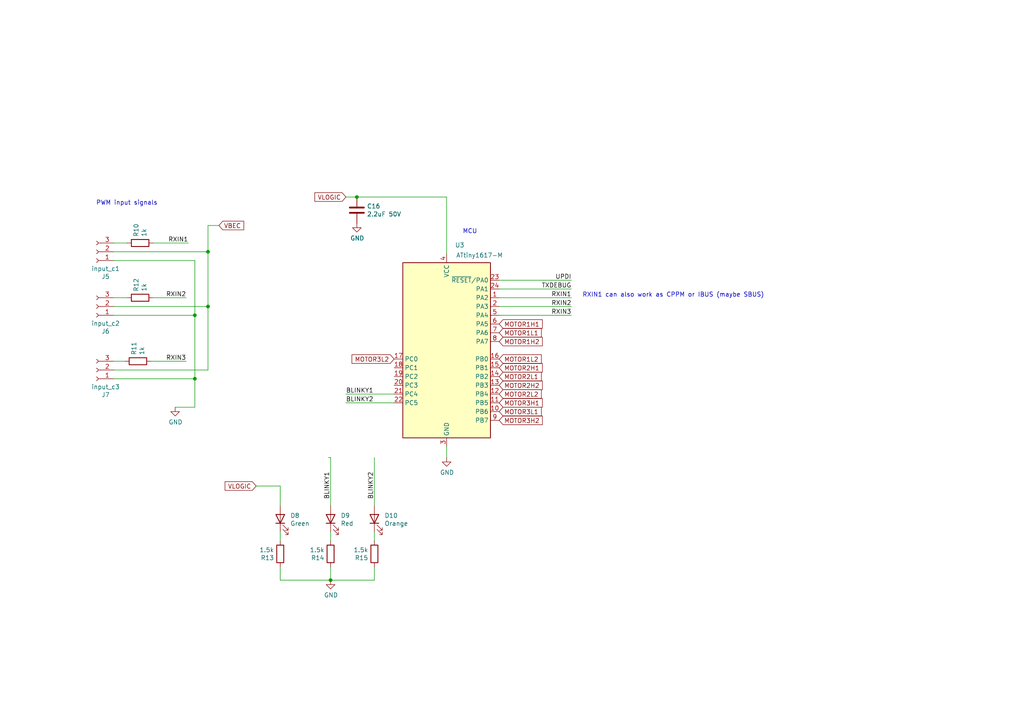
<source format=kicad_sch>
(kicad_sch (version 20210126) (generator eeschema)
  (paper "A4")
  (lib_symbols
    (symbol "Connector:Conn_01x03_Female" (pin_names (offset 1.016) hide)
      (property "Reference" "J" (at 0 5.08 0))
      (property "Value" "Conn_01x03_Female" (at 0 -5.08 0))
      (symbol "Conn_01x03_Female_1_1"
        (arc (start 0 -2.032) (end 0 -3.048) (radius (at 0 -2.54) (length 0.508) (angles 90.1 -90.1)) (stroke (width 0.1524)))
        (arc (start 0 0.508) (end 0 -0.508) (radius (at 0 0) (length 0.508) (angles 90.1 -90.1)) (stroke (width 0.1524)))
        (arc (start 0 3.048) (end 0 2.032) (radius (at 0 2.54) (length 0.508) (angles 90.1 -90.1)) (stroke (width 0.1524)))
        (polyline (pts (xy -1.27 -2.54) (xy -0.508 -2.54)) (stroke (width 0.1524)))
        (polyline (pts (xy -1.27 0) (xy -0.508 0)) (stroke (width 0.1524)))
        (polyline (pts (xy -1.27 2.54) (xy -0.508 2.54)) (stroke (width 0.1524)))
        (pin passive line (at -5.08 2.54 0) (length 3.81) (name "Pin_1") (number "1"))
        (pin passive line (at -5.08 0 0) (length 3.81) (name "Pin_2") (number "2"))
        (pin passive line (at -5.08 -2.54 0) (length 3.81) (name "Pin_3") (number "3"))
      )
    )
    (symbol "Device:C" (pin_numbers hide) (pin_names (offset 0.254))
      (property "Reference" "C" (at 0.635 2.54 0))
      (property "Value" "C" (at 0.635 -2.54 0))
      (symbol "C_0_1"
        (polyline (pts (xy -2.032 -0.762) (xy 2.032 -0.762)) (stroke (width 0.508)))
        (polyline (pts (xy -2.032 0.762) (xy 2.032 0.762)) (stroke (width 0.508)))
      )
      (symbol "C_1_1"
        (pin passive line (at 0 3.81 270) (length 2.794) (name "~") (number "1"))
        (pin passive line (at 0 -3.81 90) (length 2.794) (name "~") (number "2"))
      )
    )
    (symbol "Device:LED" (pin_numbers hide) (pin_names (offset 1.016) hide)
      (property "Reference" "D" (at 0 2.54 0))
      (property "Value" "LED" (at 0 -2.54 0))
      (symbol "LED_0_1"
        (polyline (pts (xy -1.27 -1.27) (xy -1.27 1.27)) (stroke (width 0.254)))
        (polyline (pts (xy -1.27 0) (xy 1.27 0)))
        (polyline (pts (xy 1.27 -1.27) (xy 1.27 1.27) (xy -1.27 0) (xy 1.27 -1.27)) (stroke (width 0.254)))
        (polyline (pts (xy -3.048 -0.762) (xy -4.572 -2.286) (xy -3.81 -2.286) (xy -4.572 -2.286) (xy -4.572 -1.524)))
        (polyline (pts (xy -1.778 -0.762) (xy -3.302 -2.286) (xy -2.54 -2.286) (xy -3.302 -2.286) (xy -3.302 -1.524)))
      )
      (symbol "LED_1_1"
        (pin passive line (at -3.81 0 0) (length 2.54) (name "K") (number "1"))
        (pin passive line (at 3.81 0 180) (length 2.54) (name "A") (number "2"))
      )
    )
    (symbol "Device:R" (pin_numbers hide) (pin_names (offset 0))
      (property "Reference" "R" (at 2.032 0 90))
      (property "Value" "R" (at 0 0 90))
      (symbol "R_0_1"
        (rectangle (start -1.016 -2.54) (end 1.016 2.54) (stroke (width 0.254)))
      )
      (symbol "R_1_1"
        (pin passive line (at 0 3.81 270) (length 1.27) (name "~") (number "1"))
        (pin passive line (at 0 -3.81 90) (length 1.27) (name "~") (number "2"))
      )
    )
    (symbol "MCU_Microchip_ATtiny:ATtiny1617-M"
      (property "Reference" "U" (at -12.7 26.67 0))
      (property "Value" "ATtiny1617-M" (at 2.54 -26.67 0))
      (symbol "ATtiny1617-M_0_1"
        (rectangle (start -12.7 -25.4) (end 12.7 25.4) (stroke (width 0.254)) (fill (type background)))
      )
      (symbol "ATtiny1617-M_1_1"
        (pin bidirectional line (at 15.24 15.24 180) (length 2.54) (name "PA2") (number "1"))
        (pin bidirectional line (at 15.24 -17.78 180) (length 2.54) (name "PB6") (number "10"))
        (pin bidirectional line (at 15.24 -15.24 180) (length 2.54) (name "PB5") (number "11"))
        (pin bidirectional line (at 15.24 -12.7 180) (length 2.54) (name "PB4") (number "12"))
        (pin bidirectional line (at 15.24 -10.16 180) (length 2.54) (name "PB3") (number "13"))
        (pin bidirectional line (at 15.24 -7.62 180) (length 2.54) (name "PB2") (number "14"))
        (pin bidirectional line (at 15.24 -5.08 180) (length 2.54) (name "PB1") (number "15"))
        (pin bidirectional line (at 15.24 -2.54 180) (length 2.54) (name "PB0") (number "16"))
        (pin bidirectional line (at -15.24 -2.54 0) (length 2.54) (name "PC0") (number "17"))
        (pin bidirectional line (at -15.24 -5.08 0) (length 2.54) (name "PC1") (number "18"))
        (pin bidirectional line (at -15.24 -7.62 0) (length 2.54) (name "PC2") (number "19"))
        (pin bidirectional line (at 15.24 12.7 180) (length 2.54) (name "PA3") (number "2"))
        (pin bidirectional line (at -15.24 -10.16 0) (length 2.54) (name "PC3") (number "20"))
        (pin bidirectional line (at -15.24 -12.7 0) (length 2.54) (name "PC4") (number "21"))
        (pin bidirectional line (at -15.24 -15.24 0) (length 2.54) (name "PC5") (number "22"))
        (pin bidirectional line (at 15.24 20.32 180) (length 2.54) (name "~RESET~/PA0") (number "23"))
        (pin bidirectional line (at 15.24 17.78 180) (length 2.54) (name "PA1") (number "24"))
        (pin passive line (at 0 -27.94 90) (length 2.54) hide (name "GND") (number "25"))
        (pin power_in line (at 0 -27.94 90) (length 2.54) (name "GND") (number "3"))
        (pin power_in line (at 0 27.94 270) (length 2.54) (name "VCC") (number "4"))
        (pin bidirectional line (at 15.24 10.16 180) (length 2.54) (name "PA4") (number "5"))
        (pin bidirectional line (at 15.24 7.62 180) (length 2.54) (name "PA5") (number "6"))
        (pin bidirectional line (at 15.24 5.08 180) (length 2.54) (name "PA6") (number "7"))
        (pin bidirectional line (at 15.24 2.54 180) (length 2.54) (name "PA7") (number "8"))
        (pin bidirectional line (at 15.24 -20.32 180) (length 2.54) (name "PB7") (number "9"))
      )
    )
    (symbol "power:GND" (power) (pin_names (offset 0))
      (property "Value" "GND" (at 0 -3.81 0))
      (symbol "GND_0_1"
        (polyline (pts (xy 0 0) (xy 0 -1.27) (xy 1.27 -1.27) (xy 0 -2.54) (xy -1.27 -1.27) (xy 0 -1.27)))
      )
      (symbol "GND_1_1"
        (pin power_in line (at 0 0 270) (length 0) hide (name "GND") (number "1"))
      )
    )
  )
  (junction (at 56.515 91.44) (diameter 0.9144))
  (junction (at 56.515 109.855) (diameter 0.9144))
  (junction (at 60.325 73.025) (diameter 0.9144))
  (junction (at 60.325 88.9) (diameter 0.9144))
  (junction (at 95.885 168.275) (diameter 0.9144))
  (junction (at 103.505 57.15) (diameter 0.9144))
  (wire (pts (xy 33.02 70.485) (xy 36.83 70.485)))
  (wire (pts (xy 33.02 73.025) (xy 60.325 73.025)))
  (wire (pts (xy 33.02 75.565) (xy 56.515 75.565)))
  (wire (pts (xy 33.02 86.36) (xy 36.83 86.36)))
  (wire (pts (xy 33.02 88.9) (xy 60.325 88.9)))
  (wire (pts (xy 33.02 91.44) (xy 56.515 91.44)))
  (wire (pts (xy 33.02 104.775) (xy 36.195 104.775)))
  (wire (pts (xy 33.02 107.315) (xy 60.325 107.315)))
  (wire (pts (xy 33.02 109.855) (xy 56.515 109.855)))
  (wire (pts (xy 43.815 104.775) (xy 53.975 104.775)))
  (wire (pts (xy 44.45 70.485) (xy 54.61 70.485)))
  (wire (pts (xy 44.45 86.36) (xy 53.975 86.36)))
  (wire (pts (xy 56.515 75.565) (xy 56.515 91.44)))
  (wire (pts (xy 56.515 91.44) (xy 56.515 109.855)))
  (wire (pts (xy 56.515 109.855) (xy 56.515 118.11)))
  (wire (pts (xy 56.515 118.11) (xy 50.8 118.11)))
  (wire (pts (xy 60.325 65.405) (xy 63.5 65.405)))
  (wire (pts (xy 60.325 73.025) (xy 60.325 65.405)))
  (wire (pts (xy 60.325 88.9) (xy 60.325 73.025)))
  (wire (pts (xy 60.325 107.315) (xy 60.325 88.9)))
  (wire (pts (xy 74.295 140.97) (xy 81.28 140.97)))
  (wire (pts (xy 81.28 140.97) (xy 81.28 146.685)))
  (wire (pts (xy 81.28 154.305) (xy 81.28 156.845)))
  (wire (pts (xy 81.28 164.465) (xy 81.28 168.275)))
  (wire (pts (xy 81.28 168.275) (xy 95.885 168.275)))
  (wire (pts (xy 95.25 132.715) (xy 95.885 132.715)))
  (wire (pts (xy 95.885 146.685) (xy 95.885 132.715)))
  (wire (pts (xy 95.885 154.305) (xy 95.885 156.845)))
  (wire (pts (xy 95.885 168.275) (xy 95.885 164.465)))
  (wire (pts (xy 95.885 168.275) (xy 108.585 168.275)))
  (wire (pts (xy 100.33 57.15) (xy 103.505 57.15)))
  (wire (pts (xy 100.33 114.3) (xy 114.3 114.3)))
  (wire (pts (xy 100.33 116.84) (xy 114.3 116.84)))
  (wire (pts (xy 103.505 57.15) (xy 129.54 57.15)))
  (wire (pts (xy 108.585 132.715) (xy 108.585 146.685)))
  (wire (pts (xy 108.585 154.305) (xy 108.585 156.845)))
  (wire (pts (xy 108.585 168.275) (xy 108.585 164.465)))
  (wire (pts (xy 129.54 57.15) (xy 129.54 73.66)))
  (wire (pts (xy 129.54 129.54) (xy 129.54 132.715)))
  (wire (pts (xy 144.78 81.28) (xy 165.735 81.28)))
  (wire (pts (xy 144.78 83.82) (xy 165.735 83.82)))
  (wire (pts (xy 144.78 86.36) (xy 165.735 86.36)))
  (wire (pts (xy 144.78 88.9) (xy 165.735 88.9)))
  (wire (pts (xy 144.78 91.44) (xy 165.735 91.44)))
  (text "PWM input signals" (at 45.72 59.69 180) (effects (font (size 1.27 1.27)) (justify right bottom)))
  (text "MCU\n" (at 138.43 67.945 180) (effects (font (size 1.27 1.27)) (justify right bottom)))
  (text "RXIN1 can also work as CPPM or IBUS (maybe SBUS)" (at 168.91 86.36 0) (effects (font (size 1.27 1.27)) (justify left bottom)))
  (label "RXIN2" (at 53.975 86.36 180))
  (label "RXIN3" (at 53.975 104.775 180))
  (label "RXIN1" (at 54.61 70.485 180))
  (label "BLINKY1" (at 95.885 144.78 90))
  (label "BLINKY1" (at 100.33 114.3 0))
  (label "BLINKY2" (at 100.33 116.84 0))
  (label "BLINKY2" (at 108.585 144.78 90))
  (label "UPDI" (at 165.735 81.28 180))
  (label "TXDEBUG" (at 165.735 83.82 180))
  (label "RXIN1" (at 165.735 86.36 180))
  (label "RXIN2" (at 165.735 88.9 180))
  (label "RXIN3" (at 165.735 91.44 180))
  (global_label "VBEC" (shape input) (at 63.5 65.405 0) (property "Intersheet References" "${INTERSHEET_REFS}" (effects hide)))
  (global_label "VLOGIC" (shape input) (at 74.295 140.97 180) (property "Intersheet References" "${INTERSHEET_REFS}" (effects hide)))
  (global_label "VLOGIC" (shape input) (at 100.33 57.15 180) (property "Intersheet References" "${INTERSHEET_REFS}" (effects hide)))
  (global_label "MOTOR3L2" (shape input) (at 114.3 104.14 180) (property "Intersheet References" "${INTERSHEET_REFS}" (effects hide)))
  (global_label "MOTOR1H1" (shape input) (at 144.78 93.98 0) (property "Intersheet References" "${INTERSHEET_REFS}" (effects hide)))
  (global_label "MOTOR1L1" (shape input) (at 144.78 96.52 0) (property "Intersheet References" "${INTERSHEET_REFS}" (effects hide)))
  (global_label "MOTOR1H2" (shape input) (at 144.78 99.06 0) (property "Intersheet References" "${INTERSHEET_REFS}" (effects hide)))
  (global_label "MOTOR1L2" (shape input) (at 144.78 104.14 0) (property "Intersheet References" "${INTERSHEET_REFS}" (effects hide)))
  (global_label "MOTOR2H1" (shape input) (at 144.78 106.68 0) (property "Intersheet References" "${INTERSHEET_REFS}" (effects hide)))
  (global_label "MOTOR2L1" (shape input) (at 144.78 109.22 0) (property "Intersheet References" "${INTERSHEET_REFS}" (effects hide)))
  (global_label "MOTOR2H2" (shape input) (at 144.78 111.76 0) (property "Intersheet References" "${INTERSHEET_REFS}" (effects hide)))
  (global_label "MOTOR2L2" (shape input) (at 144.78 114.3 0) (property "Intersheet References" "${INTERSHEET_REFS}" (effects hide)))
  (global_label "MOTOR3H1" (shape input) (at 144.78 116.84 0) (property "Intersheet References" "${INTERSHEET_REFS}" (effects hide)))
  (global_label "MOTOR3L1" (shape input) (at 144.78 119.38 0) (property "Intersheet References" "${INTERSHEET_REFS}" (effects hide)))
  (global_label "MOTOR3H2" (shape input) (at 144.78 121.92 0) (property "Intersheet References" "${INTERSHEET_REFS}" (effects hide)))
  (symbol (lib_id "power:GND") (at 50.8 118.11 0) (unit 1)
    (property "Reference" "#PWR017" (effects hide))
    (property "Value" "GND" (at 50.9143 122.4344 0))
  )
  (symbol (lib_id "power:GND") (at 95.885 168.275 0) (unit 1)
    (property "Reference" "#PWR018" (effects hide))
    (property "Value" "GND" (at 95.9993 172.5994 0))
  )
  (symbol (lib_id "power:GND") (at 103.505 64.77 0) (unit 1)
    (property "Reference" "#PWR015" (effects hide))
    (property "Value" "GND" (at 103.6193 69.0944 0))
  )
  (symbol (lib_id "power:GND") (at 129.54 132.715 0) (unit 1)
    (property "Reference" "#PWR016" (effects hide))
    (property "Value" "GND" (at 129.6543 137.0394 0))
  )
  (symbol (lib_id "Device:R") (at 40.005 104.775 90) (unit 1)
    (property "Reference" "R11" (at 38.856 102.997 0) (effects (justify left)))
    (property "Value" "1k" (at 41.154 102.997 0) (effects (justify left)))
    (property "Footprint" "Resistor_SMD:R_0805_2012Metric" (effects hide))
  )
  (symbol (lib_id "Device:R") (at 40.64 70.485 90) (unit 1)
    (property "Reference" "R10" (at 39.491 68.707 0) (effects (justify left)))
    (property "Value" "1k" (at 41.789 68.707 0) (effects (justify left)))
    (property "Footprint" "Resistor_SMD:R_0805_2012Metric" (effects hide))
  )
  (symbol (lib_id "Device:R") (at 40.64 86.36 90) (unit 1)
    (property "Reference" "R12" (at 39.491 84.582 0) (effects (justify left)))
    (property "Value" "1k" (at 41.789 84.582 0) (effects (justify left)))
    (property "Footprint" "Resistor_SMD:R_0805_2012Metric" (effects hide))
  )
  (symbol (lib_id "Device:R") (at 81.28 160.655 180) (unit 1)
    (property "Reference" "R13" (at 79.502 161.804 0) (effects (justify left)))
    (property "Value" "1.5k" (at 79.502 159.506 0) (effects (justify left)))
    (property "Footprint" "Resistor_SMD:R_0805_2012Metric" (effects hide))
  )
  (symbol (lib_id "Device:R") (at 95.885 160.655 180) (unit 1)
    (property "Reference" "R14" (at 94.107 161.804 0) (effects (justify left)))
    (property "Value" "1.5k" (at 94.107 159.506 0) (effects (justify left)))
    (property "Footprint" "Resistor_SMD:R_0805_2012Metric" (effects hide))
  )
  (symbol (lib_id "Device:R") (at 108.585 160.655 180) (unit 1)
    (property "Reference" "R15" (at 106.807 161.804 0) (effects (justify left)))
    (property "Value" "1.5k" (at 106.807 159.506 0) (effects (justify left)))
    (property "Footprint" "Resistor_SMD:R_0805_2012Metric" (effects hide))
  )
  (symbol (lib_id "Device:LED") (at 81.28 150.495 90) (unit 1)
    (property "Reference" "D8" (at 84.2011 149.5361 90) (effects (justify right)))
    (property "Value" "Green" (at 84.201 151.835 90) (effects (justify right)))
    (property "Footprint" "LED_SMD:LED_0805_2012Metric" (effects hide))
  )
  (symbol (lib_id "Device:LED") (at 95.885 150.495 90) (unit 1)
    (property "Reference" "D9" (at 98.8061 149.5361 90) (effects (justify right)))
    (property "Value" "Red" (at 98.806 151.835 90) (effects (justify right)))
    (property "Footprint" "LED_SMD:LED_0805_2012Metric" (effects hide))
  )
  (symbol (lib_id "Device:LED") (at 108.585 150.495 90) (unit 1)
    (property "Reference" "D10" (at 111.5061 149.5361 90) (effects (justify right)))
    (property "Value" "Orange" (at 111.506 151.835 90) (effects (justify right)))
    (property "Footprint" "LED_SMD:LED_0805_2012Metric" (effects hide))
  )
  (symbol (lib_id "Device:C") (at 103.505 60.96 0) (unit 1)
    (property "Reference" "C16" (at 106.4261 59.8106 0) (effects (justify left)))
    (property "Value" "2.2uF 50V" (at 106.4261 62.1093 0) (effects (justify left)))
    (property "Footprint" "Capacitor_SMD:C_1206_3216Metric" (effects hide))
    (property "LCSC" "C50254" (effects hide))
  )
  (symbol (lib_id "Connector:Conn_01x03_Female") (at 27.94 73.025 180) (unit 1)
    (property "Reference" "J5" (at 30.6324 80.2324 0))
    (property "Value" "input_c1" (at 30.632 77.934 0))
    (property "Footprint" "Connector_PinHeader_2.54mm:PinHeader_1x03_P2.54mm_Vertical" (effects hide))
  )
  (symbol (lib_id "Connector:Conn_01x03_Female") (at 27.94 88.9 180) (unit 1)
    (property "Reference" "J6" (at 30.6324 96.1074 0))
    (property "Value" "input_c2" (at 30.632 93.809 0))
    (property "Footprint" "Connector_PinHeader_2.54mm:PinHeader_1x03_P2.54mm_Vertical" (effects hide))
  )
  (symbol (lib_id "Connector:Conn_01x03_Female") (at 27.94 107.315 180) (unit 1)
    (property "Reference" "J7" (at 30.6324 114.5224 0))
    (property "Value" "input_c3" (at 30.632 112.224 0))
    (property "Footprint" "Connector_PinHeader_2.54mm:PinHeader_1x03_P2.54mm_Vertical" (effects hide))
  )
  (symbol (lib_id "MCU_Microchip_ATtiny:ATtiny1617-M") (at 129.54 101.6 0) (unit 1)
    (property "Reference" "U3" (at 133.35 71.1008 0))
    (property "Value" "ATtiny1617-M" (at 139.065 74.0345 0))
    (property "Footprint" "Package_DFN_QFN:QFN-24-1EP_4x4mm_P0.5mm_EP2.6x2.6mm" (effects hide))
    (property "Datasheet" "http://ww1.microchip.com/downloads/en/DeviceDoc/ATtiny3217_1617-Data-Sheet-40001999B.pdf" (effects hide))
  )
)
</source>
